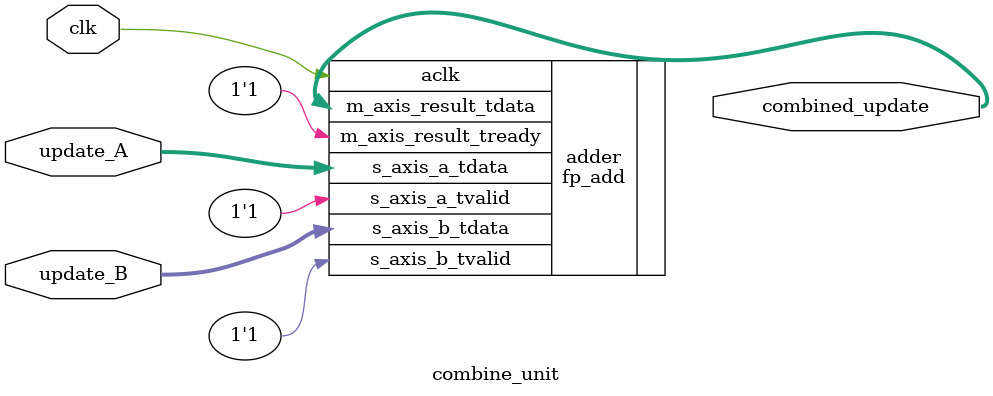
<source format=v>
module combining_network # (
	parameter DATA_W = 32,
	parameter PIPE_DEPTH = 5,
	parameter PAR_SIZE_W = 17,
    parameter PAR_NUM   = 16,
    parameter PAR_NUM_W = 4
)(
	input wire          			clk,
    input wire          			rst,    
    input wire  [7:0]         		InputValid,
	input wire  [DATA_W*8-1:0]   	InDestVid,    
    input wire  [DATA_W*8-1:0]   	InUpdate,    
    output reg [511:0]              DRAM_W,
    output reg                      DRAM_W_valid,
    output wire                     stall_request
);

wire [DATA_W*8-1:0] OutUpdate [2:0];
wire [DATA_W*8-1:0] OutDestVid [2:0];
wire [8-1:0] OutValid [4:0];
wire [DATA_W*2*8-1:0] Ubuff_out [1:0];
wire [63:0]	  se_output_word;
wire         se_output_valid;
    
CNx8 #(.DATA_W(DATA_W), .PIPE_DEPTH(PIPE_DEPTH))
CNstage0 (
	.clk(clk),
    .rst(rst),    
    .InputValid(InputValid),
	.InDestVid(InDestVid),    
    .InUpdate(InUpdate),    
    .OutUpdate(OutUpdate[0]),
    .OutDestVid(OutDestVid[0]),
	.OutValid(OutValid[0])
);

Ubuffx8
Ubuff0 (
    .clk(clk),
    .rst(rst),    
    .last_input_in(1'b0),
    .word_in({OutUpdate[0][DATA_W*8-1:DATA_W*7],OutDestVid[0][DATA_W*8-1:DATA_W*7],OutUpdate[0][DATA_W*7-1:DATA_W*6],OutDestVid[0][DATA_W*7-1:DATA_W*6],
              OutUpdate[0][DATA_W*6-1:DATA_W*5],OutDestVid[0][DATA_W*6-1:DATA_W*5],OutUpdate[0][DATA_W*5-1:DATA_W*4],OutDestVid[0][DATA_W*5-1:DATA_W*4],
              OutUpdate[0][DATA_W*4-1:DATA_W*3],OutDestVid[0][DATA_W*4-1:DATA_W*3],OutUpdate[0][DATA_W*3-1:DATA_W*2],OutDestVid[0][DATA_W*3-1:DATA_W*2],
              OutUpdate[0][DATA_W*2-1:DATA_W*1],OutDestVid[0][DATA_W*2-1:DATA_W*1],OutUpdate[0][DATA_W*1-1:DATA_W*0],OutDestVid[0][DATA_W*1-1:DATA_W*0]}),
	.word_in_valid(OutValid[0]),
    //input wire [1:0] control,        
    .word_out(Ubuff_out[0]), 
    .valid_out(OutValid[1])
);

CNx8 #(.DATA_W(DATA_W), .PIPE_DEPTH(PIPE_DEPTH))
CNstage1 (
	.clk(clk),
    .rst(rst),    
    .InputValid(OutValid[1]),
	.InDestVid({Ubuff_out[0][DATA_W*15-1:DATA_W*14],Ubuff_out[0][DATA_W*13-1:DATA_W*12],Ubuff_out[0][DATA_W*11-1:DATA_W*10],Ubuff_out[0][DATA_W*9-1:DATA_W*8],Ubuff_out[0][DATA_W*7-1:DATA_W*6],Ubuff_out[0][DATA_W*5-1:DATA_W*4],Ubuff_out[0][DATA_W*3-1:DATA_W*2],Ubuff_out[0][DATA_W*1-1:DATA_W*0]}),    
    .InUpdate({Ubuff_out[0][DATA_W*16-1:DATA_W*15],Ubuff_out[0][DATA_W*14-1:DATA_W*13],Ubuff_out[0][DATA_W*12-1:DATA_W*11],Ubuff_out[0][DATA_W*10-1:DATA_W*9],Ubuff_out[0][DATA_W*8-1:DATA_W*7],Ubuff_out[0][DATA_W*6-1:DATA_W*5],Ubuff_out[0][DATA_W*4-1:DATA_W*3],Ubuff_out[0][DATA_W*2-1:DATA_W*1]}),       
    .OutUpdate(OutUpdate[1]),
    .OutDestVid(OutDestVid[1]),
	.OutValid(OutValid[2])
);

Ubuffx8
Ubuff1 (
    .clk(clk),
    .rst(rst),    
    .last_input_in(1'b0),
    .word_in({OutUpdate[1][DATA_W*8-1:DATA_W*7],OutDestVid[1][DATA_W*8-1:DATA_W*7],OutUpdate[1][DATA_W*7-1:DATA_W*6],OutDestVid[1][DATA_W*7-1:DATA_W*6],
              OutUpdate[1][DATA_W*6-1:DATA_W*5],OutDestVid[1][DATA_W*6-1:DATA_W*5],OutUpdate[1][DATA_W*5-1:DATA_W*4],OutDestVid[1][DATA_W*5-1:DATA_W*4],
              OutUpdate[1][DATA_W*4-1:DATA_W*3],OutDestVid[1][DATA_W*4-1:DATA_W*3],OutUpdate[1][DATA_W*3-1:DATA_W*2],OutDestVid[1][DATA_W*3-1:DATA_W*2],
              OutUpdate[1][DATA_W*2-1:DATA_W*1],OutDestVid[1][DATA_W*2-1:DATA_W*1],OutUpdate[1][DATA_W*1-1:DATA_W*0],OutDestVid[1][DATA_W*1-1:DATA_W*0]}),
	.word_in_valid(OutValid[2]),
    //input wire [1:0] control,        
    .word_out(Ubuff_out[1]), 
    .valid_out(OutValid[3])
);


CNx8 #(.DATA_W(DATA_W), .PIPE_DEPTH(PIPE_DEPTH))
CNstage2 (
	.clk(clk),
    .rst(rst),    
    .InputValid(OutValid[3]),
	.InDestVid({Ubuff_out[1][DATA_W*15-1:DATA_W*14],Ubuff_out[1][DATA_W*13-1:DATA_W*12],Ubuff_out[1][DATA_W*11-1:DATA_W*10],Ubuff_out[1][DATA_W*9-1:DATA_W*8],Ubuff_out[1][DATA_W*7-1:DATA_W*6],Ubuff_out[1][DATA_W*5-1:DATA_W*4],Ubuff_out[1][DATA_W*3-1:DATA_W*2],Ubuff_out[1][DATA_W*1-1:DATA_W*0]}),    
    .InUpdate({Ubuff_out[1][DATA_W*16-1:DATA_W*15],Ubuff_out[1][DATA_W*14-1:DATA_W*13],Ubuff_out[1][DATA_W*12-1:DATA_W*11],Ubuff_out[1][DATA_W*10-1:DATA_W*9],Ubuff_out[1][DATA_W*8-1:DATA_W*7],Ubuff_out[1][DATA_W*6-1:DATA_W*5],Ubuff_out[1][DATA_W*4-1:DATA_W*3],Ubuff_out[1][DATA_W*2-1:DATA_W*1]}),       
    .OutUpdate(OutUpdate[2]),
    .OutDestVid(OutDestVid[2]),
	.OutValid(OutValid[4])
);

seout output_update(
	.clk(clk),
	.rst(rst),
	.input_update0({OutUpdate[2][DATA_W*8-1:DATA_W*7], OutDestVid[2][DATA_W*8-1:DATA_W*7]}),
	.input_update1({OutUpdate[2][DATA_W*7-1:DATA_W*6], OutDestVid[2][DATA_W*7-1:DATA_W*6]}),
	.input_update2({OutUpdate[2][DATA_W*6-1:DATA_W*5], OutDestVid[2][DATA_W*6-1:DATA_W*5]}),
	.input_update3({OutUpdate[2][DATA_W*5-1:DATA_W*4], OutDestVid[2][DATA_W*5-1:DATA_W*4]}),
	.input_update4({OutUpdate[2][DATA_W*4-1:DATA_W*3], OutDestVid[2][DATA_W*4-1:DATA_W*3]}),
	.input_update5({OutUpdate[2][DATA_W*3-1:DATA_W*2], OutDestVid[2][DATA_W*3-1:DATA_W*2]}),
	.input_update6({OutUpdate[2][DATA_W*2-1:DATA_W*1], OutDestVid[2][DATA_W*2-1:DATA_W*1]}),
	.input_update7({OutUpdate[2][DATA_W*1-1:DATA_W*0], OutDestVid[2][DATA_W*1-1:DATA_W*0]}),
	.input_valid0(OutValid[4][7:7]),
	.input_valid1(OutValid[4][6:6]),
	.input_valid2(OutValid[4][5:5]),
	.input_valid3(OutValid[4][4:4]),
	.input_valid4(OutValid[4][3:3]),
	.input_valid5(OutValid[4][2:2]),
	.input_valid6(OutValid[4][1:1]),
	.input_valid7(OutValid[4][0:0]),	
	.output_word(se_output_word),
	.output_valid(se_output_valid),
	.se_stall_request(stall_request)
);

reg [511:0]  	Ubuff         			[PAR_NUM-1:0];
reg [2:0]   	Ubuff_size            	[PAR_NUM-1:0];

integer i;
wire [PAR_NUM_W-1:0] input_update_bin_id;
//reg [31:0]  par_bin_addr            [PAR_NUM-1:0];


assign input_update_bin_id = se_output_word[PAR_SIZE_W+PAR_NUM_W-1:PAR_SIZE_W];

always @(posedge clk) begin
    if(rst) begin        
        for(i=0; i<PAR_NUM; i=i+1) begin
            Ubuff[i] 		 <= 0;
            Ubuff_size [i] 	 <= 0;
        end
        DRAM_W <= 0;
        DRAM_W_valid <= 0;	
    end else begin 	
        DRAM_W_valid <= 0;
        DRAM_W <= 0;
        if(se_output_valid) begin
            if(Ubuff_size[input_update_bin_id] == 7) begin
                DRAM_W <= {Ubuff[input_update_bin_id][447:0], se_output_word};
                DRAM_W_valid <= 1'b1;
                Ubuff[input_update_bin_id] <= 0;
                Ubuff_size[input_update_bin_id] <= 0;
            end else begin
                Ubuff[input_update_bin_id] <= (Ubuff[input_update_bin_id]<<64)+se_output_word;
                Ubuff_size[input_update_bin_id] <= Ubuff_size[input_update_bin_id]+1;				
            end
        end							
    end
end

endmodule


module seout (
	input wire clk,
	input wire rst,
	input wire [63:0]	input_update0,
	input wire [63:0]	input_update1,
	input wire [63:0]	input_update2,
	input wire [63:0]	input_update3,
	input wire [63:0]	input_update4,
	input wire [63:0]	input_update5,
	input wire [63:0]	input_update6,
	input wire [63:0]	input_update7,	
	input wire input_valid0,
	input wire input_valid1,
	input wire input_valid2,
	input wire input_valid3,
	input wire input_valid4,
	input wire input_valid5,
	input wire input_valid6,
	input wire input_valid7,
	output reg	[63:0]	output_word,
	output reg	output_valid,
	output reg 	se_stall_request
);

	reg [63:0] 	update_buff 		[7:0];
	reg [0:0] 	update_valid_buff 	[7:0];
	
	always @(posedge clk) begin
        if (rst) begin
			update_buff[0] <= 0;
			update_buff[1] <= 0;
			update_buff[2] <= 0;
			update_buff[3] <= 0;
			update_buff[4] <= 0;
			update_buff[5] <= 0;
			update_buff[6] <= 0;
			update_buff[7] <= 0;
			update_valid_buff[0] <= 0;
			update_valid_buff[1] <= 0;
			update_valid_buff[2] <= 0;
			update_valid_buff[3] <= 0;
			update_valid_buff[4] <= 0;
			update_valid_buff[5] <= 0;
			update_valid_buff[6] <= 0;
			update_valid_buff[7] <= 0;
        end	else begin			
			update_buff[0] <= input_update0;
			update_buff[1] <= input_update1;
			update_buff[2] <= input_update2;
			update_buff[3] <= input_update3;
			update_buff[4] <= input_update4;
			update_buff[5] <= input_update5;
			update_buff[6] <= input_update6;
			update_buff[7] <= input_update7;
			update_valid_buff[0] <= input_valid0;
			update_valid_buff[1] <= input_valid1;
			update_valid_buff[2] <= input_valid2;
			update_valid_buff[3] <= input_valid3;
			update_valid_buff[4] <= input_valid4;
			update_valid_buff[5] <= input_valid5;
			update_valid_buff[6] <= input_valid6;
			update_valid_buff[7] <= input_valid7;			
			output_word <= update_buff[0];
            case({update_valid_buff[0], update_valid_buff[1], update_valid_buff[2], update_valid_buff[3], update_valid_buff[4], update_valid_buff[5], update_valid_buff[6], update_valid_buff[7]}) 
				8'b00000000: begin					
					output_valid <= 0;					
					se_stall_request <= 0;
				end
				8'b10000000: begin					
					output_valid <= 1;
					se_stall_request <= 0;
				end
				default:begin					
					output_valid <= 1;
					update_buff[0] <= update_buff[1];
					update_valid_buff[0] <= update_valid_buff[1];
					update_buff[1] <= update_buff[2];
					update_valid_buff[1] <= update_valid_buff[2];
					update_buff[2] <= update_buff[3];
					update_valid_buff[2] <= update_valid_buff[3];
					update_buff[3] <= update_buff[4];
					update_valid_buff[3] <= update_valid_buff[4];
					update_buff[4] <= update_buff[5];
					update_valid_buff[4] <= update_valid_buff[5];
					update_buff[5] <= update_buff[6];
					update_valid_buff[5] <= update_valid_buff[6];
					update_buff[6] <= update_buff[7];
					update_valid_buff[6] <= update_valid_buff[7];
					update_valid_buff[7] <= 0;
					se_stall_request <= 1;
				end
			endcase
        end
    end	
endmodule

module CNx8 # (
	parameter DATA_W = 32,
	parameter PIPE_DEPTH = 5
)(
	input wire          			clk,
    input wire          			rst,    
    input wire  [7:0]         		InputValid,
	input wire  [DATA_W*8-1:0]   	InDestVid,    
    input wire  [DATA_W*8-1:0]   	InUpdate,    
    output wire [DATA_W*8-1:0]   	OutUpdate,
    output wire [DATA_W*8-1:0]  	OutDestVid,
	output wire [7:0]  				OutValid
);

wire [7:0]  			Valid_wire  	[4:0];
wire [DATA_W*8-1:0] 	Update_wire 	[4:0];
wire [DATA_W*8-1:0] 	DestVid_wire 	[4:0];
    
// stage 0 
CaC #(.DATA_W(DATA_W), .PIPE_DEPTH(PIPE_DEPTH))
stage00 (
	.clk(clk),
	.rst(rst),
	.InputValid_A(InputValid[0:0]),
	.InputValid_B(InputValid[1:1]),
	.InDestVid_A(InDestVid[DATA_W*0+DATA_W-1:DATA_W*0]),
	.InDestVid_B(InDestVid[DATA_W*1+DATA_W-1:DATA_W*1]),
	.InUpdate_A(InUpdate[DATA_W*0+DATA_W-1:DATA_W*0]),
	.InUpdate_B(InUpdate[DATA_W*1+DATA_W-1:DATA_W*1]),
	.OutUpdate_A(Update_wire[0][DATA_W*0+DATA_W-1:DATA_W*0]),
	.OutUpdate_B(Update_wire[0][DATA_W*1+DATA_W-1:DATA_W*1]),
	.OutDestVid_A(DestVid_wire[0][DATA_W*0+DATA_W-1:DATA_W*0]),
	.OutDestVid_B(DestVid_wire[0][DATA_W*1+DATA_W-1:DATA_W*1]),
	.OutValid_A(Valid_wire[0][0:0]),
	.OutValid_B(Valid_wire[0][1:1])
);

CaC #(.DATA_W(DATA_W), .PIPE_DEPTH(PIPE_DEPTH))
stage01 (
	.clk(clk),
	.rst(rst),
	.InputValid_A(InputValid[2:2]),
	.InputValid_B(InputValid[3:3]),
	.InDestVid_A(InDestVid[DATA_W*2+DATA_W-1:DATA_W*2]),
	.InDestVid_B(InDestVid[DATA_W*3+DATA_W-1:DATA_W*3]),
	.InUpdate_A(InUpdate[DATA_W*2+DATA_W-1:DATA_W*2]),
	.InUpdate_B(InUpdate[DATA_W*3+DATA_W-1:DATA_W*3]),
	.OutUpdate_A(Update_wire[0][DATA_W*2+DATA_W-1:DATA_W*2]),
	.OutUpdate_B(Update_wire[0][DATA_W*3+DATA_W-1:DATA_W*3]),
	.OutDestVid_A(DestVid_wire[0][DATA_W*2+DATA_W-1:DATA_W*2]),
	.OutDestVid_B(DestVid_wire[0][DATA_W*3+DATA_W-1:DATA_W*3]),
	.OutValid_A(Valid_wire[0][2:2]),
	.OutValid_B(Valid_wire[0][3:3])
);

CaC #(.DATA_W(DATA_W), .PIPE_DEPTH(PIPE_DEPTH))
stage02 (
	.clk(clk),
	.rst(rst),
	.InputValid_A(InputValid[4:4]),
	.InputValid_B(InputValid[5:5]),
	.InDestVid_A(InDestVid[DATA_W*4+DATA_W-1:DATA_W*4]),
	.InDestVid_B(InDestVid[DATA_W*5+DATA_W-1:DATA_W*5]),
	.InUpdate_A(InUpdate[DATA_W*4+DATA_W-1:DATA_W*4]),
	.InUpdate_B(InUpdate[DATA_W*5+DATA_W-1:DATA_W*5]),
	.OutUpdate_A(Update_wire[0][DATA_W*4+DATA_W-1:DATA_W*4]),
	.OutUpdate_B(Update_wire[0][DATA_W*5+DATA_W-1:DATA_W*5]),
	.OutDestVid_A(DestVid_wire[0][DATA_W*4+DATA_W-1:DATA_W*4]),
	.OutDestVid_B(DestVid_wire[0][DATA_W*5+DATA_W-1:DATA_W*5]),
	.OutValid_A(Valid_wire[0][4:4]),
	.OutValid_B(Valid_wire[0][5:5])
);

CaC #(.DATA_W(DATA_W), .PIPE_DEPTH(PIPE_DEPTH))
stage03 (
	.clk(clk),
	.rst(rst),
	.InputValid_A(InputValid[6:6]),
	.InputValid_B(InputValid[7:7]),
	.InDestVid_A(InDestVid[DATA_W*6+DATA_W-1:DATA_W*6]),
	.InDestVid_B(InDestVid[DATA_W*7+DATA_W-1:DATA_W*7]),
	.InUpdate_A(InUpdate[DATA_W*6+DATA_W-1:DATA_W*6]),
	.InUpdate_B(InUpdate[DATA_W*7+DATA_W-1:DATA_W*7]),
	.OutUpdate_A(Update_wire[0][DATA_W*6+DATA_W-1:DATA_W*6]),
	.OutUpdate_B(Update_wire[0][DATA_W*7+DATA_W-1:DATA_W*7]),
	.OutDestVid_A(DestVid_wire[0][DATA_W*6+DATA_W-1:DATA_W*6]),
	.OutDestVid_B(DestVid_wire[0][DATA_W*7+DATA_W-1:DATA_W*7]),
	.OutValid_A(Valid_wire[0][6:6]),
	.OutValid_B(Valid_wire[0][7:7])
);

// stage 1
CaC #(.DATA_W(DATA_W), .PIPE_DEPTH(PIPE_DEPTH))
stage10 (
	.clk(clk),
	.rst(rst),
	.InputValid_A(Valid_wire[0][0:0]),
	.InputValid_B(Valid_wire[0][2:2]),
	.InDestVid_A(DestVid_wire[0][DATA_W*0+DATA_W-1:DATA_W*0]),
	.InDestVid_B(DestVid_wire[0][DATA_W*2+DATA_W-1:DATA_W*2]),
	.InUpdate_A(Update_wire[0][DATA_W*0+DATA_W-1:DATA_W*0]),
	.InUpdate_B(Update_wire[0][DATA_W*2+DATA_W-1:DATA_W*2]),
	.OutUpdate_A(Update_wire[1][DATA_W*0+DATA_W-1:DATA_W*0]),
	.OutUpdate_B(Update_wire[1][DATA_W*2+DATA_W-1:DATA_W*2]),
	.OutDestVid_A(DestVid_wire[1][DATA_W*0+DATA_W-1:DATA_W*0]),
	.OutDestVid_B(DestVid_wire[1][DATA_W*2+DATA_W-1:DATA_W*2]),
	.OutValid_A(Valid_wire[1][0:0]),
	.OutValid_B(Valid_wire[1][2:2])
);

CaC #(.DATA_W(DATA_W), .PIPE_DEPTH(PIPE_DEPTH))
stage11 (
	.clk(clk),
	.rst(rst),
	.InputValid_A(Valid_wire[0][1:1]),
	.InputValid_B(Valid_wire[0][3:3]),
	.InDestVid_A(DestVid_wire[0][DATA_W*1+DATA_W-1:DATA_W*1]),
	.InDestVid_B(DestVid_wire[0][DATA_W*3+DATA_W-1:DATA_W*3]),
	.InUpdate_A(Update_wire[0][DATA_W*1+DATA_W-1:DATA_W*1]),
	.InUpdate_B(Update_wire[0][DATA_W*3+DATA_W-1:DATA_W*3]),
	.OutUpdate_A(Update_wire[1][DATA_W*1+DATA_W-1:DATA_W*1]),
	.OutUpdate_B(Update_wire[1][DATA_W*3+DATA_W-1:DATA_W*3]),
	.OutDestVid_A(DestVid_wire[1][DATA_W*1+DATA_W-1:DATA_W*1]),
	.OutDestVid_B(DestVid_wire[1][DATA_W*3+DATA_W-1:DATA_W*3]),
	.OutValid_A(Valid_wire[1][1:1]),
	.OutValid_B(Valid_wire[1][3:3])
);

CaC #(.DATA_W(DATA_W), .PIPE_DEPTH(PIPE_DEPTH))
stage12 (
	.clk(clk),
	.rst(rst),
	.InputValid_A(Valid_wire[0][4:4]),
	.InputValid_B(Valid_wire[0][6:6]),
	.InDestVid_A(DestVid_wire[0][DATA_W*4+DATA_W-1:DATA_W*4]),
	.InDestVid_B(DestVid_wire[0][DATA_W*6+DATA_W-1:DATA_W*6]),
	.InUpdate_A(Update_wire[0][DATA_W*4+DATA_W-1:DATA_W*4]),
	.InUpdate_B(Update_wire[0][DATA_W*6+DATA_W-1:DATA_W*6]),
	.OutUpdate_A(Update_wire[1][DATA_W*4+DATA_W-1:DATA_W*4]),
	.OutUpdate_B(Update_wire[1][DATA_W*6+DATA_W-1:DATA_W*6]),
	.OutDestVid_A(DestVid_wire[1][DATA_W*4+DATA_W-1:DATA_W*4]),
	.OutDestVid_B(DestVid_wire[1][DATA_W*6+DATA_W-1:DATA_W*6]),
	.OutValid_A(Valid_wire[1][4:4]),
	.OutValid_B(Valid_wire[1][6:6])
);

CaC #(.DATA_W(DATA_W), .PIPE_DEPTH(PIPE_DEPTH))
stage13 (
	.clk(clk),
	.rst(rst),
	.InputValid_A(Valid_wire[0][5:5]),
	.InputValid_B(Valid_wire[0][7:7]),
	.InDestVid_A(DestVid_wire[0][DATA_W*5+DATA_W-1:DATA_W*5]),
	.InDestVid_B(DestVid_wire[0][DATA_W*7+DATA_W-1:DATA_W*7]),
	.InUpdate_A(Update_wire[0][DATA_W*5+DATA_W-1:DATA_W*5]),
	.InUpdate_B(Update_wire[0][DATA_W*7+DATA_W-1:DATA_W*7]),
	.OutUpdate_A(Update_wire[1][DATA_W*5+DATA_W-1:DATA_W*5]),
	.OutUpdate_B(Update_wire[1][DATA_W*7+DATA_W-1:DATA_W*7]),
	.OutDestVid_A(DestVid_wire[1][DATA_W*5+DATA_W-1:DATA_W*5]),
	.OutDestVid_B(DestVid_wire[1][DATA_W*7+DATA_W-1:DATA_W*7]),
	.OutValid_A(Valid_wire[1][5:5]),
	.OutValid_B(Valid_wire[1][7:7])
);

// stage 2
CaC #(.DATA_W(DATA_W), .PIPE_DEPTH(PIPE_DEPTH))
stage20 (
	.clk(clk),
	.rst(rst),
	.InputValid_A(Valid_wire[1][0:0]),
	.InputValid_B(Valid_wire[1][1:1]),
	.InDestVid_A(DestVid_wire[1][DATA_W*0+DATA_W-1:DATA_W*0]),
	.InDestVid_B(DestVid_wire[1][DATA_W*1+DATA_W-1:DATA_W*1]),
	.InUpdate_A(Update_wire[1][DATA_W*0+DATA_W-1:DATA_W*0]),
	.InUpdate_B(Update_wire[1][DATA_W*1+DATA_W-1:DATA_W*1]),
	.OutUpdate_A(Update_wire[2][DATA_W*0+DATA_W-1:DATA_W*0]),
	.OutUpdate_B(Update_wire[2][DATA_W*1+DATA_W-1:DATA_W*1]),
	.OutDestVid_A(DestVid_wire[2][DATA_W*0+DATA_W-1:DATA_W*0]),
	.OutDestVid_B(DestVid_wire[2][DATA_W*1+DATA_W-1:DATA_W*1]),
	.OutValid_A(Valid_wire[2][0:0]),
	.OutValid_B(Valid_wire[2][1:1])
);

CaC #(.DATA_W(DATA_W), .PIPE_DEPTH(PIPE_DEPTH))
stage21 (
	.clk(clk),
	.rst(rst),
	.InputValid_A(Valid_wire[1][2:2]),
	.InputValid_B(Valid_wire[1][3:3]),
	.InDestVid_A(DestVid_wire[1][DATA_W*2+DATA_W-1:DATA_W*2]),
	.InDestVid_B(DestVid_wire[1][DATA_W*3+DATA_W-1:DATA_W*3]),
	.InUpdate_A(Update_wire[1][DATA_W*2+DATA_W-1:DATA_W*2]),
	.InUpdate_B(Update_wire[1][DATA_W*3+DATA_W-1:DATA_W*3]),
	.OutUpdate_A(Update_wire[2][DATA_W*2+DATA_W-1:DATA_W*2]),
	.OutUpdate_B(Update_wire[2][DATA_W*3+DATA_W-1:DATA_W*3]),
	.OutDestVid_A(DestVid_wire[2][DATA_W*2+DATA_W-1:DATA_W*2]),
	.OutDestVid_B(DestVid_wire[2][DATA_W*3+DATA_W-1:DATA_W*3]),
	.OutValid_A(Valid_wire[2][2:2]),
	.OutValid_B(Valid_wire[2][3:3])
);

CaC #(.DATA_W(DATA_W), .PIPE_DEPTH(PIPE_DEPTH))
stage22 (
	.clk(clk),
	.rst(rst),
	.InputValid_A(Valid_wire[1][4:4]),
	.InputValid_B(Valid_wire[1][5:5]),
	.InDestVid_A(DestVid_wire[1][DATA_W*4+DATA_W-1:DATA_W*4]),
	.InDestVid_B(DestVid_wire[1][DATA_W*5+DATA_W-1:DATA_W*5]),
	.InUpdate_A(Update_wire[1][DATA_W*4+DATA_W-1:DATA_W*4]),
	.InUpdate_B(Update_wire[1][DATA_W*5+DATA_W-1:DATA_W*5]),
	.OutUpdate_A(Update_wire[2][DATA_W*4+DATA_W-1:DATA_W*4]),
	.OutUpdate_B(Update_wire[2][DATA_W*5+DATA_W-1:DATA_W*5]),
	.OutDestVid_A(DestVid_wire[2][DATA_W*4+DATA_W-1:DATA_W*4]),
	.OutDestVid_B(DestVid_wire[2][DATA_W*5+DATA_W-1:DATA_W*5]),
	.OutValid_A(Valid_wire[2][4:4]),
	.OutValid_B(Valid_wire[2][5:5])
);

CaC #(.DATA_W(DATA_W), .PIPE_DEPTH(PIPE_DEPTH))
stage23 (
	.clk(clk),
	.rst(rst),
	.InputValid_A(Valid_wire[1][6:6]),
	.InputValid_B(Valid_wire[1][7:7]),
	.InDestVid_A(DestVid_wire[1][DATA_W*6+DATA_W-1:DATA_W*6]),
	.InDestVid_B(DestVid_wire[1][DATA_W*7+DATA_W-1:DATA_W*7]),
	.InUpdate_A(Update_wire[1][DATA_W*6+DATA_W-1:DATA_W*6]),
	.InUpdate_B(Update_wire[1][DATA_W*7+DATA_W-1:DATA_W*7]),
	.OutUpdate_A(Update_wire[2][DATA_W*6+DATA_W-1:DATA_W*6]),
	.OutUpdate_B(Update_wire[2][DATA_W*7+DATA_W-1:DATA_W*7]),
	.OutDestVid_A(DestVid_wire[2][DATA_W*6+DATA_W-1:DATA_W*6]),
	.OutDestVid_B(DestVid_wire[2][DATA_W*7+DATA_W-1:DATA_W*7]),
	.OutValid_A(Valid_wire[2][6:6]),
	.OutValid_B(Valid_wire[2][7:7])
);

// stage 3
CaC #(.DATA_W(DATA_W), .PIPE_DEPTH(PIPE_DEPTH))
stage30 (
	.clk(clk),
	.rst(rst),
	.InputValid_A(Valid_wire[2][0:0]),
	.InputValid_B(Valid_wire[2][4:4]),
	.InDestVid_A(DestVid_wire[2][DATA_W*0+DATA_W-1:DATA_W*0]),
	.InDestVid_B(DestVid_wire[2][DATA_W*4+DATA_W-1:DATA_W*4]),
	.InUpdate_A(Update_wire[2][DATA_W*0+DATA_W-1:DATA_W*0]),
	.InUpdate_B(Update_wire[2][DATA_W*4+DATA_W-1:DATA_W*4]),
	.OutUpdate_A(Update_wire[3][DATA_W*0+DATA_W-1:DATA_W*0]),
	.OutUpdate_B(Update_wire[3][DATA_W*4+DATA_W-1:DATA_W*4]),
	.OutDestVid_A(DestVid_wire[3][DATA_W*0+DATA_W-1:DATA_W*0]),
	.OutDestVid_B(DestVid_wire[3][DATA_W*4+DATA_W-1:DATA_W*4]),
	.OutValid_A(Valid_wire[3][0:0]),
	.OutValid_B(Valid_wire[3][4:4])
);

CaC #(.DATA_W(DATA_W), .PIPE_DEPTH(PIPE_DEPTH))
stage31 (
	.clk(clk),
	.rst(rst),
	.InputValid_A(Valid_wire[2][1:1]),
	.InputValid_B(Valid_wire[2][5:5]),
	.InDestVid_A(DestVid_wire[2][DATA_W*1+DATA_W-1:DATA_W*1]),
	.InDestVid_B(DestVid_wire[2][DATA_W*5+DATA_W-1:DATA_W*5]),
	.InUpdate_A(Update_wire[2][DATA_W*1+DATA_W-1:DATA_W*1]),
	.InUpdate_B(Update_wire[2][DATA_W*5+DATA_W-1:DATA_W*5]),
	.OutUpdate_A(Update_wire[3][DATA_W*1+DATA_W-1:DATA_W*1]),
	.OutUpdate_B(Update_wire[3][DATA_W*5+DATA_W-1:DATA_W*5]),
	.OutDestVid_A(DestVid_wire[3][DATA_W*1+DATA_W-1:DATA_W*1]),
	.OutDestVid_B(DestVid_wire[3][DATA_W*5+DATA_W-1:DATA_W*5]),
	.OutValid_A(Valid_wire[3][1:1]),
	.OutValid_B(Valid_wire[3][5:5])
);

CaC #(.DATA_W(DATA_W), .PIPE_DEPTH(PIPE_DEPTH))
stage32 (
	.clk(clk),
	.rst(rst),
	.InputValid_A(Valid_wire[2][2:2]),
	.InputValid_B(Valid_wire[2][6:6]),
	.InDestVid_A(DestVid_wire[2][DATA_W*2+DATA_W-1:DATA_W*2]),
	.InDestVid_B(DestVid_wire[2][DATA_W*6+DATA_W-1:DATA_W*6]),
	.InUpdate_A(Update_wire[2][DATA_W*2+DATA_W-1:DATA_W*2]),
	.InUpdate_B(Update_wire[2][DATA_W*6+DATA_W-1:DATA_W*6]),
	.OutUpdate_A(Update_wire[3][DATA_W*2+DATA_W-1:DATA_W*2]),
	.OutUpdate_B(Update_wire[3][DATA_W*6+DATA_W-1:DATA_W*6]),
	.OutDestVid_A(DestVid_wire[3][DATA_W*2+DATA_W-1:DATA_W*2]),
	.OutDestVid_B(DestVid_wire[3][DATA_W*6+DATA_W-1:DATA_W*6]),
	.OutValid_A(Valid_wire[3][2:2]),
	.OutValid_B(Valid_wire[3][6:6])
);

CaC #(.DATA_W(DATA_W), .PIPE_DEPTH(PIPE_DEPTH))
stage33 (
	.clk(clk),
	.rst(rst),
	.InputValid_A(Valid_wire[2][3:3]),
	.InputValid_B(Valid_wire[2][7:7]),
	.InDestVid_A(DestVid_wire[2][DATA_W*3+DATA_W-1:DATA_W*3]),
	.InDestVid_B(DestVid_wire[2][DATA_W*7+DATA_W-1:DATA_W*7]),
	.InUpdate_A(Update_wire[2][DATA_W*3+DATA_W-1:DATA_W*3]),
	.InUpdate_B(Update_wire[2][DATA_W*7+DATA_W-1:DATA_W*7]),
	.OutUpdate_A(Update_wire[3][DATA_W*3+DATA_W-1:DATA_W*3]),
	.OutUpdate_B(Update_wire[3][DATA_W*7+DATA_W-1:DATA_W*7]),
	.OutDestVid_A(DestVid_wire[3][DATA_W*3+DATA_W-1:DATA_W*3]),
	.OutDestVid_B(DestVid_wire[3][DATA_W*7+DATA_W-1:DATA_W*7]),
	.OutValid_A(Valid_wire[3][3:3]),
	.OutValid_B(Valid_wire[3][7:7])
);

// stage 4
CaC #(.DATA_W(DATA_W), .PIPE_DEPTH(PIPE_DEPTH))
stage40 (
	.clk(clk),
	.rst(rst),
	.InputValid_A(Valid_wire[3][0:0]),
	.InputValid_B(Valid_wire[3][2:2]),
	.InDestVid_A(DestVid_wire[3][DATA_W*0+DATA_W-1:DATA_W*0]),
	.InDestVid_B(DestVid_wire[3][DATA_W*2+DATA_W-1:DATA_W*2]),
	.InUpdate_A(Update_wire[3][DATA_W*0+DATA_W-1:DATA_W*0]),
	.InUpdate_B(Update_wire[3][DATA_W*2+DATA_W-1:DATA_W*2]),
	.OutUpdate_A(Update_wire[4][DATA_W*0+DATA_W-1:DATA_W*0]),
	.OutUpdate_B(Update_wire[4][DATA_W*2+DATA_W-1:DATA_W*2]),
	.OutDestVid_A(DestVid_wire[4][DATA_W*0+DATA_W-1:DATA_W*0]),
	.OutDestVid_B(DestVid_wire[4][DATA_W*2+DATA_W-1:DATA_W*2]),
	.OutValid_A(Valid_wire[4][0:0]),
	.OutValid_B(Valid_wire[4][2:2])
);

CaC #(.DATA_W(DATA_W), .PIPE_DEPTH(PIPE_DEPTH))
stage41 (
	.clk(clk),
	.rst(rst),
	.InputValid_A(Valid_wire[3][1:1]),
	.InputValid_B(Valid_wire[3][3:3]),
	.InDestVid_A(DestVid_wire[3][DATA_W*1+DATA_W-1:DATA_W*1]),
	.InDestVid_B(DestVid_wire[3][DATA_W*3+DATA_W-1:DATA_W*3]),
	.InUpdate_A(Update_wire[3][DATA_W*1+DATA_W-1:DATA_W*1]),
	.InUpdate_B(Update_wire[3][DATA_W*3+DATA_W-1:DATA_W*3]),
	.OutUpdate_A(Update_wire[4][DATA_W*1+DATA_W-1:DATA_W*1]),
	.OutUpdate_B(Update_wire[4][DATA_W*3+DATA_W-1:DATA_W*3]),
	.OutDestVid_A(DestVid_wire[4][DATA_W*1+DATA_W-1:DATA_W*1]),
	.OutDestVid_B(DestVid_wire[4][DATA_W*3+DATA_W-1:DATA_W*3]),
	.OutValid_A(Valid_wire[4][1:1]),
	.OutValid_B(Valid_wire[4][3:3])
);

CaC #(.DATA_W(DATA_W), .PIPE_DEPTH(PIPE_DEPTH))
stage42 (
	.clk(clk),
	.rst(rst),
	.InputValid_A(Valid_wire[3][4:4]),
	.InputValid_B(Valid_wire[3][6:6]),
	.InDestVid_A(DestVid_wire[3][DATA_W*4+DATA_W-1:DATA_W*4]),
	.InDestVid_B(DestVid_wire[3][DATA_W*6+DATA_W-1:DATA_W*6]),
	.InUpdate_A(Update_wire[3][DATA_W*4+DATA_W-1:DATA_W*4]),
	.InUpdate_B(Update_wire[3][DATA_W*6+DATA_W-1:DATA_W*6]),
	.OutUpdate_A(Update_wire[4][DATA_W*4+DATA_W-1:DATA_W*4]),
	.OutUpdate_B(Update_wire[4][DATA_W*6+DATA_W-1:DATA_W*6]),
	.OutDestVid_A(DestVid_wire[4][DATA_W*4+DATA_W-1:DATA_W*4]),
	.OutDestVid_B(DestVid_wire[4][DATA_W*6+DATA_W-1:DATA_W*6]),
	.OutValid_A(Valid_wire[4][4:4]),
	.OutValid_B(Valid_wire[4][6:6])
);

CaC #(.DATA_W(DATA_W), .PIPE_DEPTH(PIPE_DEPTH))
stage43 (
	.clk(clk),
	.rst(rst),
	.InputValid_A(Valid_wire[3][5:5]),
	.InputValid_B(Valid_wire[3][7:7]),
	.InDestVid_A(DestVid_wire[3][DATA_W*5+DATA_W-1:DATA_W*5]),
	.InDestVid_B(DestVid_wire[3][DATA_W*7+DATA_W-1:DATA_W*7]),
	.InUpdate_A(Update_wire[3][DATA_W*5+DATA_W-1:DATA_W*5]),
	.InUpdate_B(Update_wire[3][DATA_W*7+DATA_W-1:DATA_W*7]),
	.OutUpdate_A(Update_wire[4][DATA_W*5+DATA_W-1:DATA_W*5]),
	.OutUpdate_B(Update_wire[4][DATA_W*7+DATA_W-1:DATA_W*7]),
	.OutDestVid_A(DestVid_wire[4][DATA_W*5+DATA_W-1:DATA_W*5]),
	.OutDestVid_B(DestVid_wire[4][DATA_W*7+DATA_W-1:DATA_W*7]),
	.OutValid_A(Valid_wire[4][5:5]),
	.OutValid_B(Valid_wire[4][7:7])
);

// stage 5
CaC #(.DATA_W(DATA_W), .PIPE_DEPTH(PIPE_DEPTH))
stage50 (
	.clk(clk),
	.rst(rst),
	.InputValid_A(Valid_wire[4][0:0]),
	.InputValid_B(Valid_wire[4][1:1]),
	.InDestVid_A(DestVid_wire[4][DATA_W*0+DATA_W-1:DATA_W*0]),
	.InDestVid_B(DestVid_wire[4][DATA_W*1+DATA_W-1:DATA_W*1]),
	.InUpdate_A(Update_wire[4][DATA_W*0+DATA_W-1:DATA_W*0]),
	.InUpdate_B(Update_wire[4][DATA_W*1+DATA_W-1:DATA_W*1]),
	.OutUpdate_A(OutUpdate[DATA_W*0+DATA_W-1:DATA_W*0]),
	.OutUpdate_B(OutUpdate[DATA_W*1+DATA_W-1:DATA_W*1]),
	.OutDestVid_A(OutDestVid[DATA_W*0+DATA_W-1:DATA_W*0]),
	.OutDestVid_B(OutDestVid[DATA_W*1+DATA_W-1:DATA_W*1]),
	.OutValid_A(OutValid[0:0]),
	.OutValid_B(OutValid[1:1])
);

CaC #(.DATA_W(DATA_W), .PIPE_DEPTH(PIPE_DEPTH))
stage51 (
	.clk(clk),
	.rst(rst),
	.InputValid_A(Valid_wire[4][2:2]),
	.InputValid_B(Valid_wire[4][3:3]),
	.InDestVid_A(DestVid_wire[4][DATA_W*2+DATA_W-1:DATA_W*2]),
	.InDestVid_B(DestVid_wire[4][DATA_W*3+DATA_W-1:DATA_W*3]),
	.InUpdate_A(Update_wire[4][DATA_W*2+DATA_W-1:DATA_W*2]),
	.InUpdate_B(Update_wire[4][DATA_W*3+DATA_W-1:DATA_W*3]),
	.OutUpdate_A(OutUpdate[DATA_W*2+DATA_W-1:DATA_W*2]),
	.OutUpdate_B(OutUpdate[DATA_W*3+DATA_W-1:DATA_W*3]),
	.OutDestVid_A(OutDestVid[DATA_W*2+DATA_W-1:DATA_W*2]),
	.OutDestVid_B(OutDestVid[DATA_W*3+DATA_W-1:DATA_W*3]),
	.OutValid_A(OutValid[2:2]),
	.OutValid_B(OutValid[3:3])
);

CaC #(.DATA_W(DATA_W), .PIPE_DEPTH(PIPE_DEPTH))
stage52 (
	.clk(clk),
	.rst(rst),
	.InputValid_A(Valid_wire[4][4:4]),
	.InputValid_B(Valid_wire[4][5:5]),
	.InDestVid_A(DestVid_wire[4][DATA_W*4+DATA_W-1:DATA_W*4]),
	.InDestVid_B(DestVid_wire[4][DATA_W*5+DATA_W-1:DATA_W*5]),
	.InUpdate_A(Update_wire[4][DATA_W*4+DATA_W-1:DATA_W*4]),
	.InUpdate_B(Update_wire[4][DATA_W*5+DATA_W-1:DATA_W*5]),
	.OutUpdate_A(OutUpdate[DATA_W*4+DATA_W-1:DATA_W*4]),
	.OutUpdate_B(OutUpdate[DATA_W*5+DATA_W-1:DATA_W*5]),
	.OutDestVid_A(OutDestVid[DATA_W*4+DATA_W-1:DATA_W*4]),
	.OutDestVid_B(OutDestVid[DATA_W*5+DATA_W-1:DATA_W*5]),
	.OutValid_A(OutValid[4:4]),
	.OutValid_B(OutValid[5:5])
);

CaC #(.DATA_W(DATA_W), .PIPE_DEPTH(PIPE_DEPTH))
stage53 (
	.clk(clk),
	.rst(rst),
	.InputValid_A(Valid_wire[4][6:6]),
	.InputValid_B(Valid_wire[4][7:7]),
	.InDestVid_A(DestVid_wire[4][DATA_W*6+DATA_W-1:DATA_W*6]),
	.InDestVid_B(DestVid_wire[4][DATA_W*7+DATA_W-1:DATA_W*7]),
	.InUpdate_A(Update_wire[4][DATA_W*6+DATA_W-1:DATA_W*6]),
	.InUpdate_B(Update_wire[4][DATA_W*7+DATA_W-1:DATA_W*7]),
	.OutUpdate_A(OutUpdate[DATA_W*6+DATA_W-1:DATA_W*6]),
	.OutUpdate_B(OutUpdate[DATA_W*7+DATA_W-1:DATA_W*7]),
	.OutDestVid_A(OutDestVid[DATA_W*6+DATA_W-1:DATA_W*6]),
	.OutDestVid_B(OutDestVid[DATA_W*7+DATA_W-1:DATA_W*7]),
	.OutValid_A(OutValid[6:6]),
	.OutValid_B(OutValid[7:7])
);

endmodule

module Ubuffx8(
    input wire clk,
    input wire rst,    
    input wire last_input_in,
    input wire [64*8-1:0] word_in,
	input wire [7:0] word_in_valid,
    //input wire [1:0] control,        
    output reg [64*8-1:0] word_out, 
    output reg [7:0] valid_out
);

reg [2:0]		counter;
reg	[63:0]	update_buff [6:0];

integer i;
	
always @ (posedge clk) begin
	if (rst) begin
		counter <=0;
		word_out <=0;
		valid_out <=8'b00000000;
		for(i=0; i<7; i=i+1) begin 
			update_buff [i] <=0;            
		end
	end else begin		
		counter <= counter;				
		for(i=0; i<7; i=i+1) begin 
			update_buff [i] <= update_buff [i] ;            
		end
		word_out  <= 0;
		valid_out <= 8'b00000000;
		if(last_input_in) begin			
			valid_out	<= 	(counter == 0) ? 8'b00000000 :
										(counter == 1) ? 8'b10000000 :
										(counter == 2) ? 8'b11000000 :
										(counter == 3) ? 8'b11100000 :
										(counter == 4) ? 8'b11110000 :
										(counter == 5) ? 8'b11111000 :
										(counter == 6) ? 8'b11111100 : 8'b11111110;						   
			word_out	<= {update_buff[0],update_buff[1],update_buff[2],update_buff[3],update_buff[4],update_buff[5],update_buff[6], 64'h000000000000000};	
			counter		<= 0;
		end else begin								
			case(word_in_valid)					
				8'b10000000: begin                    
					if(counter<7) begin
					   counter <= counter +1;
					   update_buff[counter] <= word_in[511:448]; 
					   valid_out <= 8'b00000000;
					end else begin
					   counter <= 0;
					   valid_out <=8'b11111111;
					   word_out <= {update_buff[0],update_buff[1],update_buff[2],update_buff[3],update_buff[4],update_buff[5],update_buff[6], word_in[511:448]}; 
					end                        
				end
				8'b11000000: begin                    
				   if(counter<6) begin
					  counter <= counter +2;
					  valid_out <= 8'b00000000;
					  update_buff[counter]   <= word_in[511:448]; 
					  update_buff[counter+1] <= word_in[447:384]; 
				   end else if (counter==6) begin
					  counter <= 0;
					  valid_out <=8'b11111111;
					  word_out <= {update_buff[0],update_buff[1],update_buff[2],update_buff[3],update_buff[4],update_buff[5], word_in[511:384]};
				  end else begin
					  counter <= 1;
					  valid_out <= 8'b11111111;
					  word_out <= {update_buff[0],update_buff[1],update_buff[2],update_buff[3],update_buff[4],update_buff[5],update_buff[6], word_in[511:448]}; 
					  update_buff[0] <= word_in[447:384];       
				   end                       
			   end
			   8'b11100000: begin                    
				  if(counter<5) begin
					 counter <= counter +3;
					 valid_out <= 8'b00000000;
					 update_buff[counter]   <= word_in[511:448]; 
					 update_buff[counter+1] <= word_in[447:384]; 
					 update_buff[counter+2] <= word_in[383:320]; 
				  end else if (counter==5) begin
					 counter  	<= 0;
					 valid_out 	<= 8'b11111111;
					 word_out  	<= {update_buff[0],update_buff[1],update_buff[2],update_buff[3],update_buff[4], word_in[511:320]};
				 end else if (counter==6) begin
					 counter <= 1;
					 valid_out <= 8'b11111111;
					 word_out <= {update_buff[0],update_buff[1],update_buff[2],update_buff[3],update_buff[4],update_buff[5], word_in[511:384]};
					 update_buff[0] <= word_in[383:320];                             
				  end else begin
					 counter 	<= 2;
					 valid_out 	<=8'b11111111;
					 word_out 	<= {update_buff[0],update_buff[1],update_buff[2],update_buff[3],update_buff[4],update_buff[5],update_buff[6], word_in[511:448]};
					 update_buff[0] <= word_in[447:384]; 
					 update_buff[1] <= word_in[383:320]; 
				  end                                        
			   end
			   8'b11110000: begin                    
					 if(counter<4) begin
						counter <= counter +4;
						valid_out <= 8'b00000000;
						update_buff[counter]   <= word_in[511:448]; 
						update_buff[counter+1] <= word_in[447:384]; 
						update_buff[counter+2] <= word_in[383:320]; 
						update_buff[counter+3] <= word_in[319:256];
					 end else if (counter==4) begin
						counter <= 0;
						valid_out <=8'b11111111;
						word_out <= {update_buff[0],update_buff[1],update_buff[2],update_buff[3], word_in[511:256]};
					end else if (counter==5) begin
						counter <= 1;
						valid_out <=8'b11111111;
						word_out <= {update_buff[0],update_buff[1],update_buff[2],update_buff[3],update_buff[4],word_in[511:320]}; 
						update_buff[0] <= word_in[319:256];                                
					 end else if (counter==6) begin
						 counter <= 2;
						 valid_out <=8'b11111111;
						 word_out <= {update_buff[0],update_buff[1],update_buff[2],update_buff[3],update_buff[4],update_buff[5],word_in[511:384]};
						 update_buff[0] <= word_in[383:320]; 
						 update_buff[1] <= word_in[319:256];                   
					 end else begin
						counter <= 3;
						valid_out <=8'b11111111;
						word_out <= {update_buff[0],update_buff[1],update_buff[2],update_buff[3],update_buff[4],update_buff[5],update_buff[6],word_in[511:448]};
						update_buff[0] <= word_in[447:384]; 
						update_buff[1] <= word_in[383:320];  
						update_buff[2] <= word_in[319:256];
					 end                                        
			   end
			   8'b11111000: begin                    
					if(counter<3) begin
					   counter <= counter+5;
					   valid_out <= 8'b00000000;
					   update_buff[counter]   <= word_in[511:448]; 
					   update_buff[counter+1] <= word_in[447:384];
					   update_buff[counter+2] <= word_in[383:320];
					   update_buff[counter+3] <= word_in[319:256];
					   update_buff[counter+4] <= word_in[255:192];
					end else if (counter==3) begin
					   counter <= 0;
					   valid_out <=8'b11111111;
					   word_out <= {update_buff[0],update_buff[1],update_buff[2],word_in[511:192]};
				    end else if (counter==4) begin
					   counter <= 1;
					   valid_out <=8'b11111111;
					   word_out <= {update_buff[0],update_buff[1],update_buff[2],update_buff[3], word_in[511:256]}; 
					   update_buff[0] <= word_in[255:192];                                
					end else if (counter==5) begin
						counter <= 2;
						valid_out <=8'b11111111;
						word_out <= {update_buff[0],update_buff[1],update_buff[2],update_buff[3],update_buff[4], word_in[511:320]};
						update_buff[0] <= word_in[319:256];
						update_buff[1] <= word_in[255:192];           
					end else if (counter==6) begin
						counter   <= 3;
						valid_out <=8'b11111111;
						word_out <= {update_buff[0],update_buff[1],update_buff[2],update_buff[3],update_buff[4],update_buff[5], word_in[511:384]};
						update_buff[0] <= word_in[383:320];
						update_buff[1] <= word_in[319:256];
						update_buff[2] <= word_in[255:192];
					end else begin
					   counter <= 4;
					   valid_out <=8'b11111111;
					   word_out <= {update_buff[0],update_buff[1],update_buff[2],update_buff[3],update_buff[4],update_buff[5],update_buff[6],word_in[511:448]};
					   update_buff[0] <= word_in[447:384];
					   update_buff[1] <= word_in[383:320];
					   update_buff[2] <= word_in[319:256];
					   update_buff[3] <= word_in[255:192];
					end                                        
				end
				8'b11111100: begin                    
					if(counter<2) begin
					   counter <= counter+6;
					   valid_out <= 8'b00000000;
					   update_buff[counter]   <= word_in[511:448]; 
					   update_buff[counter+1] <= word_in[447:384];
					   update_buff[counter+2] <= word_in[383:320];
					   update_buff[counter+3] <= word_in[319:256];
					   update_buff[counter+4] <= word_in[255:192];
					   update_buff[counter+5] <= word_in[191:128];
					end else if (counter==2) begin
					   counter <= 0;
					   valid_out <=8'b11111111;
					   word_out <= {update_buff[0],update_buff[1], word_in[511:128]};                                                                       
					end else if (counter==3) begin
					   counter <= 1;
					   valid_out <=8'b11111111;
					   word_out <= {update_buff[0],update_buff[1],update_buff[2], word_in[511:192]}; 
					   update_buff[0] <= word_in[191:128];                                
					end else if (counter==4) begin
						counter <= 2;
						valid_out <=8'b11111111;
						word_out <= {update_buff[0],update_buff[1],update_buff[2],update_buff[3], word_in[511:256]};
						update_buff[0] <= word_in[255:192];
						update_buff[1] <= word_in[191:128];                                             
					end else if (counter==5) begin
						counter   <= 3;
						valid_out <=8'b11111111;
						word_out <= {update_buff[0],update_buff[1],update_buff[2],update_buff[3],update_buff[4], word_in[511:320]};
						update_buff[0] <= word_in[319:256];
						update_buff[1] <= word_in[255:192];
						update_buff[2] <= word_in[191:128];
					end else if (counter==6) begin
					   counter 		<= 4;
					   valid_out 	<=8'b11111111;
					   word_out 	<= {update_buff[0],update_buff[1],update_buff[2],update_buff[3],update_buff[4],update_buff[5], word_in[511:384]};
					   update_buff[0] <= word_in[383:320];
					   update_buff[1] <= word_in[319:256];
					   update_buff[2] <= word_in[255:192];   
					   update_buff[3] <= word_in[191:128];
					end else begin
					   counter 		<= 5;
					   valid_out 	<=8'b11111111;
					   word_out 	<= {update_buff[0],update_buff[1],update_buff[2],update_buff[3],update_buff[4],update_buff[5],update_buff[6],word_in[511:448]};
					   update_buff[0] <= word_in[447:384];
					   update_buff[1] <= word_in[383:320];
					   update_buff[2] <= word_in[319:256];
					   update_buff[3] <= word_in[255:192];  
					   update_buff[4] <= word_in[191:128];
					end                                        
				end
				8'b11111110: begin                    
					if(counter==0) begin
					   counter <= counter+7;
					   valid_out <= 8'b00000000;
					   update_buff[counter]   <= word_in[511:448]; 
					   update_buff[counter+1] <= word_in[447:384];
					   update_buff[counter+2] <= word_in[383:320];
					   update_buff[counter+3] <= word_in[319:256];
					   update_buff[counter+4] <= word_in[255:192];
					   update_buff[counter+5] <= word_in[191:128];
					   update_buff[counter+6] <= word_in[127:64];
					end else if (counter==1) begin
					   counter <= 0;
					   valid_out <=8'b11111111;
					   word_out <= {update_buff[0], word_in[511:64]};                                                                       
					end else if (counter==2) begin
					   counter <= 1;
					   valid_out <=8'b11111111;
					   word_out <= {update_buff[0],update_buff[1], word_in[511:128]}; 
					   update_buff[0] <= word_in[127:64];                        
					end else if (counter==3) begin
						counter <= 2;
						valid_out <=8'b11111111;
						word_out <= {update_buff[0],update_buff[1],update_buff[2],word_in[511:192]};
						update_buff[0] <= word_in[191:128];
						update_buff[1] <= word_in[127:64];                                          
					end else if (counter==4) begin
						counter   <= 3;
						valid_out <=8'b11111111;
						word_out <= {update_buff[0],update_buff[1],update_buff[2],update_buff[3], word_in[511:256]};
						update_buff[0] <= word_in[255:192];
						update_buff[1] <= word_in[191:128];
						update_buff[2] <= word_in[127:64];                       
					end else if (counter==5) begin
					   counter <= 4;
					   valid_out <=8'b11111111;
					   word_out <= {update_buff[0],update_buff[1],update_buff[2],update_buff[3],update_buff[4], word_in[511:320]};                           
					   update_buff[0] <= word_in[319:256];
					   update_buff[1] <= word_in[255:192];
					   update_buff[2] <= word_in[191:128];
					   update_buff[3] <= word_in[127:64];       
					end else if (counter==6) begin
						  counter <= 5;
						  valid_out <=8'b11111111;
						  word_out <= {update_buff[0],update_buff[1],update_buff[2],update_buff[3],update_buff[4],update_buff[5], word_in[511:384]};
						  update_buff[0] <= word_in[383:320];
						  update_buff[1] <= word_in[319:256];
						  update_buff[2] <= word_in[255:192];
						  update_buff[3] <= word_in[191:128];
						  update_buff[4] <= word_in[127:64];          
					end else begin
					   counter <= 6;
					   valid_out <=8'b11111111;
					   word_out <= {update_buff[0],update_buff[1],update_buff[2],update_buff[3],update_buff[4],update_buff[5],update_buff[6],word_in[511:448]};
					   update_buff[0] <= word_in[447:384];
					   update_buff[1] <= word_in[383:320];
					   update_buff[2] <= word_in[319:256];
					   update_buff[3] <= word_in[255:192];
					   update_buff[4] <= word_in[191:128];
					   update_buff[5] <= word_in[127:64];     
				   end                                        
				end
				default: begin                    											   
					valid_out <=8'b11111111;
					word_out <= word_in;					                                          
				end						
			endcase	
		end  
	end         
end
  
endmodule

module CaC # (
	parameter DATA_W = 32,
	parameter PIPE_DEPTH = 3
)(
	input wire          		clk,
    input wire          		rst,    
    input wire  [0:0]         	InputValid_A,
    input wire  [0:0]         	InputValid_B,
	input wire  [DATA_W-1:0]   	InDestVid_A,
    input wire  [DATA_W-1:0]   	InDestVid_B,
    input wire  [DATA_W-1:0]   	InUpdate_A,
    input wire  [DATA_W-1:0]   	InUpdate_B,
    output wire [DATA_W-1:0]   	OutUpdate_A,
    output wire [DATA_W-1:0]   	OutUpdate_B,
	output wire [DATA_W-1:0]  	OutDestVid_A,
    output wire [DATA_W-1:0]  	OutDestVid_B,
    output wire [0:0]  			OutValid_A,
	output wire [0:0]  			OutValid_B
);

reg [0:0]			Valid_reg_A 	[PIPE_DEPTH-1:0];
reg [0:0]			Valid_reg_B 	[PIPE_DEPTH-1:0];
reg [DATA_W-1:0]	DestVid_reg_A 	[PIPE_DEPTH-1:0];
reg [DATA_W-1:0]	DestVid_reg_B 	[PIPE_DEPTH-1:0];
reg [DATA_W-1:0]	Update_reg_A 	[PIPE_DEPTH-1:0];
reg [DATA_W-1:0]	Update_reg_B 	[PIPE_DEPTH-1:0];
integer i;

always @(posedge clk) begin
	if (rst) begin
		for(i=0; i<PIPE_DEPTH; i=i+1) begin 
            Valid_reg_A [i] <= 0;    
			Valid_reg_B [i] <= 0;
			DestVid_reg_A [i] <= 0;
			DestVid_reg_B [i] <= 0;
			Update_reg_A [i] <= 0;
			Update_reg_B [i] <= 0;
        end 
	end	else begin
		Valid_reg_A[0] <= (InputValid_A & InputValid_B & InDestVid_B<InDestVid_A) ? InputValid_B : InputValid_A;
		Valid_reg_B[0] <= (InputValid_A & InputValid_B & InDestVid_B>InDestVid_A) ? InputValid_A : InputValid_B;
		DestVid_reg_A[0] <= (InputValid_A & InputValid_B & InDestVid_B<InDestVid_A) ? InDestVid_B : InDestVid_A;
		DestVid_reg_B[0] <= (InputValid_A & InputValid_B & InDestVid_B>InDestVid_A) ? InDestVid_A : InDestVid_B;
		Update_reg_A [0] <= (InputValid_A & InputValid_B & InDestVid_B<InDestVid_A) ? InUpdate_B : InUpdate_A;
		Update_reg_B [0] <= (InputValid_A & InputValid_B & InDestVid_B>InDestVid_A) ? InUpdate_A : InUpdate_B;
		for(i=1; i<PIPE_DEPTH; i=i+1) begin 
            Valid_reg_A [i] <= Valid_reg_A [i-1];    
			Valid_reg_B [i] <= Valid_reg_B [i-1];
			DestVid_reg_A [i] <= DestVid_reg_A [i-1];
			DestVid_reg_B [i] <= DestVid_reg_B [i-1];
			Update_reg_A [i] <= Update_reg_A [i-1];
			Update_reg_B [i] <= Update_reg_B [i-1];
        end 		
	end
end
	
wire [DATA_W-1:0] result; 
	
combine_unit combiner(
    .clk    (clk),    
    .update_A (Update_reg_A [0]),    
    .update_B (Update_reg_B [0]),                          
    .combined_update (result)
);  

assign OutDestVid_A = 	DestVid_reg_A[PIPE_DEPTH-1];
assign OutDestVid_B = 	DestVid_reg_A[PIPE_DEPTH-1];
assign OutValid_A	= 	Valid_reg_A[PIPE_DEPTH-1];
assign OutValid_B 	= 	(Valid_reg_A[PIPE_DEPTH-1] & Valid_reg_B[PIPE_DEPTH-1] & (DestVid_reg_A[PIPE_DEPTH-1]==DestVid_reg_B[PIPE_DEPTH-1])) ? 1'b0 : Valid_reg_B[PIPE_DEPTH-1];
assign OutUpdate_A 	= 	(Valid_reg_A[PIPE_DEPTH-1] & Valid_reg_B[PIPE_DEPTH-1] & (DestVid_reg_A[PIPE_DEPTH-1]==DestVid_reg_B[PIPE_DEPTH-1])) ? result : Update_reg_A [PIPE_DEPTH-1];
assign OutUpdate_B 	= 	(Valid_reg_A[PIPE_DEPTH-1] & Valid_reg_B[PIPE_DEPTH-1] & (DestVid_reg_A[PIPE_DEPTH-1]==DestVid_reg_B[PIPE_DEPTH-1])) ? 0 : Update_reg_B [PIPE_DEPTH-1];
	
endmodule

module combine_unit (
    input wire clk,
    input wire [31:0] update_A,
    input wire [31:0] update_B,
    output wire [31:0] combined_update
);

fp_add adder(              
    .aclk(clk),
    .s_axis_a_tvalid(1'b1),        
    .s_axis_a_tdata(update_A),
    .s_axis_b_tvalid(1'b1),
    .s_axis_b_tdata(update_B),    
    .m_axis_result_tready(1'b1),      
    .m_axis_result_tdata(combined_update)              
);
endmodule
</source>
